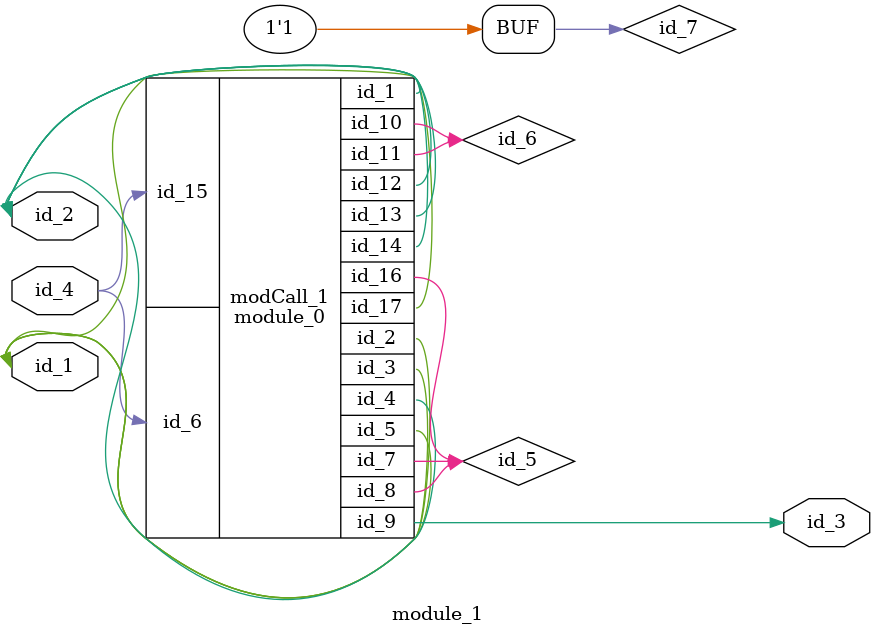
<source format=v>
module module_0 (
    id_1,
    id_2,
    id_3,
    id_4,
    id_5,
    id_6,
    id_7,
    id_8,
    id_9,
    id_10,
    id_11,
    id_12,
    id_13,
    id_14,
    id_15,
    id_16,
    id_17
);
  inout wire id_17;
  inout wire id_16;
  input wire id_15;
  output wire id_14;
  inout wire id_13;
  inout wire id_12;
  inout wire id_11;
  inout wire id_10;
  output wire id_9;
  inout wire id_8;
  output wire id_7;
  input wire id_6;
  output wire id_5;
  inout wire id_4;
  inout wire id_3;
  inout wire id_2;
  inout wire id_1;
  wire id_18;
  wire id_19;
  assign id_1 = 1;
endmodule
module module_1 (
    id_1,
    id_2,
    id_3,
    id_4
);
  input wire id_4;
  output wire id_3;
  inout wire id_2;
  inout wire id_1;
  wire id_5;
  wire id_6;
  module_0 modCall_1 (
      id_2,
      id_1,
      id_1,
      id_2,
      id_1,
      id_4,
      id_5,
      id_5,
      id_3,
      id_6,
      id_6,
      id_2,
      id_2,
      id_2,
      id_4,
      id_5,
      id_1
  );
  wire id_7 = 1;
endmodule

</source>
